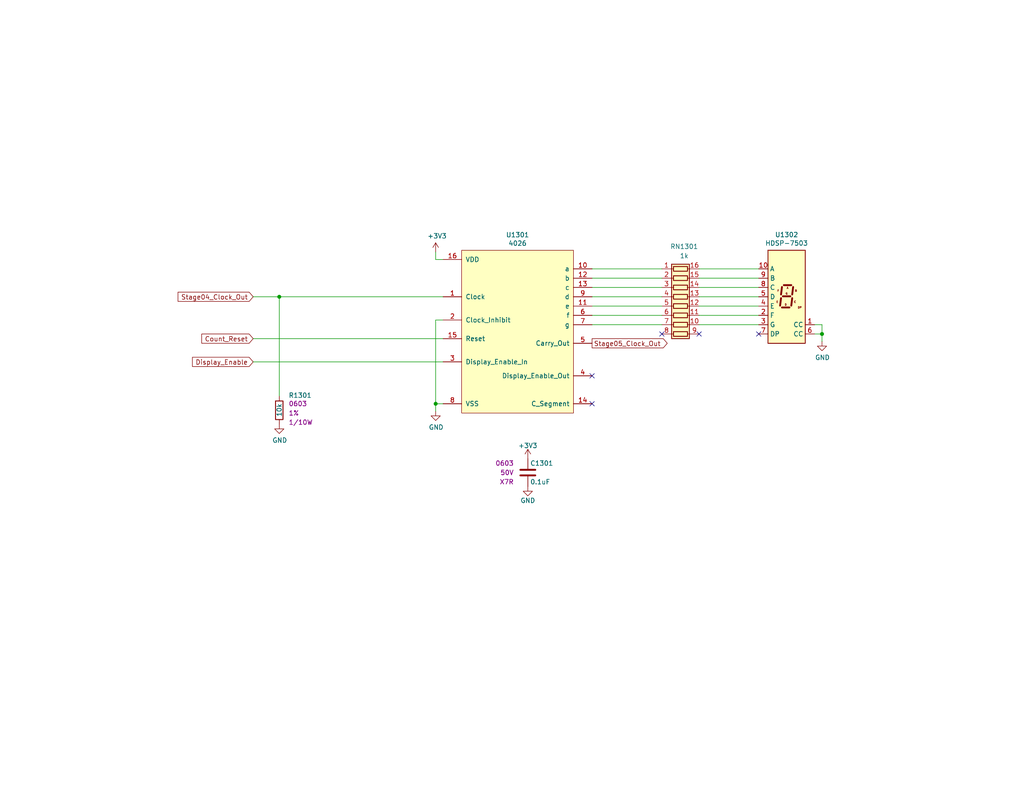
<source format=kicad_sch>
(kicad_sch (version 20230121) (generator eeschema)
  (paper "A")
  (title_block (title "Incrementor") (date "2019-09-03") (rev "A") (company "Drew Maatman"))
  (lib_symbols
    (symbol "Custom_Library:4026" (pin_names (offset 1.016))
      (property "Reference" "U" (at 30.48 -43.18 0))
      (property "Value" "4026" (at 20.32 3.81 0))
      (symbol "4026_0_1"
        (rectangle (start 5.08 2.54) (end 35.56 -41.91) (fill (type background)))
      )
      (symbol "4026_1_1"
        (pin input line (at 0 -10.16 0) (length 5.08) (name "Clock") (number "1"))
        (pin output line (at 40.64 -2.54 180) (length 5.08) (name "a") (number "10"))
        (pin output line (at 40.64 -12.7 180) (length 5.08) (name "e") (number "11"))
        (pin output line (at 40.64 -5.08 180) (length 5.08) (name "b") (number "12"))
        (pin output line (at 40.64 -7.62 180) (length 5.08) (name "c") (number "13"))
        (pin output line (at 40.64 -39.37 180) (length 5.08) (name "C_Segment") (number "14"))
        (pin input line (at 0 -21.59 0) (length 5.08) (name "Reset") (number "15"))
        (pin power_in line (at 0 0 0) (length 5.08) (name "VDD") (number "16"))
        (pin input line (at 0 -16.51 0) (length 5.08) (name "Clock_Inhibit") (number "2"))
        (pin input line (at 0 -27.94 0) (length 5.08) (name "Display_Enable_In") (number "3"))
        (pin output line (at 40.64 -31.75 180) (length 5.08) (name "Display_Enable_Out") (number "4"))
        (pin output line (at 40.64 -22.86 180) (length 5.08) (name "Carry_Out") (number "5"))
        (pin output line (at 40.64 -15.24 180) (length 5.08) (name "f") (number "6"))
        (pin output line (at 40.64 -17.78 180) (length 5.08) (name "g") (number "7"))
        (pin power_in line (at 0 -39.37 0) (length 5.08) (name "VSS") (number "8"))
        (pin output line (at 40.64 -10.16 180) (length 5.08) (name "d") (number "9"))
      )
    )
    (symbol "Custom_Library:C_Custom" (pin_numbers hide) (pin_names (offset 0.254))
      (property "Reference" "C" (at 0.635 2.54 0))
      (property "Value" "C_Custom" (at 0.635 -2.54 0))
      (property "display_footprint" "Foot" (at -3.81 2.54 0))
      (property "Voltage" "V" (at -3.81 0 0))
      (property "Dielectric" "Er" (at -3.81 -2.54 0))
      (symbol "C_Custom_0_1"
        (polyline (pts (xy -2.032 -0.762) (xy 2.032 -0.762)) (stroke (width 0.508)))
        (polyline (pts (xy -2.032 0.762) (xy 2.032 0.762)) (stroke (width 0.508)))
      )
      (symbol "C_Custom_1_1"
        (pin passive line (at 0 3.81 270) (length 2.794) (name "~") (number "1"))
        (pin passive line (at 0 -3.81 90) (length 2.794) (name "~") (number "2"))
      )
    )
    (symbol "Custom_Library:R_Custom" (pin_numbers hide) (pin_names (offset 1.016) hide)
      (property "Reference" "R" (at -2.54 0 90))
      (property "Value" "R_Custom" (at 0 0 90))
      (property "display_footprint" "Foot" (at 2.54 0 90))
      (property "Tolerance" "Tol" (at 5.08 0 90))
      (property "Wattage" "W" (at 7.62 0 90))
      (symbol "R_Custom_0_1"
        (rectangle (start 1.016 2.54) (end -1.016 -2.54) (stroke (width 0.254)))
      )
      (symbol "R_Custom_1_1"
        (pin passive line (at 0 3.81 270) (length 1.27) (name "1") (number "1"))
        (pin passive line (at 0 -3.81 90) (length 1.27) (name "2") (number "2"))
      )
    )
    (symbol "Device:R_Pack08" (pin_names (offset 0) hide)
      (property "Reference" "RN" (at -12.7 0 90))
      (property "Value" "R_Pack08" (at 10.16 0 90))
      (symbol "R_Pack08_0_1"
        (rectangle (start -11.43 -2.413) (end 8.89 2.413) (stroke (width 0.254)) (fill (type background)))
        (rectangle (start -10.795 1.905) (end -9.525 -1.905) (stroke (width 0.254)))
        (rectangle (start -8.255 1.905) (end -6.985 -1.905) (stroke (width 0.254)))
        (rectangle (start -5.715 1.905) (end -4.445 -1.905) (stroke (width 0.254)))
        (rectangle (start -3.175 1.905) (end -1.905 -1.905) (stroke (width 0.254)))
        (rectangle (start -0.635 1.905) (end 0.635 -1.905) (stroke (width 0.254)))
        (polyline (pts (xy -10.16 -2.54) (xy -10.16 -1.905)))
        (polyline (pts (xy -10.16 1.905) (xy -10.16 2.54)))
        (polyline (pts (xy -7.62 -2.54) (xy -7.62 -1.905)))
        (polyline (pts (xy -7.62 1.905) (xy -7.62 2.54)))
        (polyline (pts (xy -5.08 -2.54) (xy -5.08 -1.905)))
        (polyline (pts (xy -5.08 1.905) (xy -5.08 2.54)))
        (polyline (pts (xy -2.54 -2.54) (xy -2.54 -1.905)))
        (polyline (pts (xy -2.54 1.905) (xy -2.54 2.54)))
        (polyline (pts (xy 0 -2.54) (xy 0 -1.905)))
        (polyline (pts (xy 0 1.905) (xy 0 2.54)))
        (polyline (pts (xy 2.54 -2.54) (xy 2.54 -1.905)))
        (polyline (pts (xy 2.54 1.905) (xy 2.54 2.54)))
        (polyline (pts (xy 5.08 -2.54) (xy 5.08 -1.905)))
        (polyline (pts (xy 5.08 1.905) (xy 5.08 2.54)))
        (polyline (pts (xy 7.62 -2.54) (xy 7.62 -1.905)))
        (polyline (pts (xy 7.62 1.905) (xy 7.62 2.54)))
        (rectangle (start 1.905 1.905) (end 3.175 -1.905) (stroke (width 0.254)))
        (rectangle (start 4.445 1.905) (end 5.715 -1.905) (stroke (width 0.254)))
        (rectangle (start 6.985 1.905) (end 8.255 -1.905) (stroke (width 0.254)))
      )
      (symbol "R_Pack08_1_1"
        (pin passive line (at -10.16 -5.08 90) (length 2.54) (name "R1.1") (number "1"))
        (pin passive line (at 5.08 5.08 270) (length 2.54) (name "R7.2") (number "10"))
        (pin passive line (at 2.54 5.08 270) (length 2.54) (name "R6.2") (number "11"))
        (pin passive line (at 0 5.08 270) (length 2.54) (name "R5.2") (number "12"))
        (pin passive line (at -2.54 5.08 270) (length 2.54) (name "R4.2") (number "13"))
        (pin passive line (at -5.08 5.08 270) (length 2.54) (name "R3.2") (number "14"))
        (pin passive line (at -7.62 5.08 270) (length 2.54) (name "R2.2") (number "15"))
        (pin passive line (at -10.16 5.08 270) (length 2.54) (name "R1.2") (number "16"))
        (pin passive line (at -7.62 -5.08 90) (length 2.54) (name "R2.1") (number "2"))
        (pin passive line (at -5.08 -5.08 90) (length 2.54) (name "R3.1") (number "3"))
        (pin passive line (at -2.54 -5.08 90) (length 2.54) (name "R4.1") (number "4"))
        (pin passive line (at 0 -5.08 90) (length 2.54) (name "R5.1") (number "5"))
        (pin passive line (at 2.54 -5.08 90) (length 2.54) (name "R6.1") (number "6"))
        (pin passive line (at 5.08 -5.08 90) (length 2.54) (name "R7.1") (number "7"))
        (pin passive line (at 7.62 -5.08 90) (length 2.54) (name "R8.1") (number "8"))
        (pin passive line (at 7.62 5.08 270) (length 2.54) (name "R8.2") (number "9"))
      )
    )
    (symbol "Display_Character:HDSP-7503"
      (property "Reference" "U" (at -3.81 13.97 0))
      (property "Value" "HDSP-7503" (at 6.35 13.97 0))
      (symbol "HDSP-7503_1_0"
        (text "A" (at 0.254 2.413 0) (effects (font (size 0.508 0.508))))
        (text "B" (at 2.54 1.651 0) (effects (font (size 0.508 0.508))))
        (text "C" (at 2.286 -1.397 0) (effects (font (size 0.508 0.508))))
        (text "D" (at -0.254 -2.159 0) (effects (font (size 0.508 0.508))))
        (text "DP" (at 3.556 -2.921 0) (effects (font (size 0.508 0.508))))
        (text "E" (at -2.54 -1.397 0) (effects (font (size 0.508 0.508))))
        (text "F" (at -2.286 1.651 0) (effects (font (size 0.508 0.508))))
        (text "G" (at 0 0.889 0) (effects (font (size 0.508 0.508))))
      )
      (symbol "HDSP-7503_1_1"
        (rectangle (start -5.08 12.7) (end 5.08 -12.7) (stroke (width 0.254)) (fill (type background)))
        (polyline (pts (xy -1.524 -0.381) (xy -1.778 -2.413)) (stroke (width 0.508)))
        (polyline (pts (xy -1.27 -2.921) (xy 0.762 -2.921)) (stroke (width 0.508)))
        (polyline (pts (xy -1.27 2.667) (xy -1.524 0.635)) (stroke (width 0.508)))
        (polyline (pts (xy -1.016 0.127) (xy 1.016 0.127)) (stroke (width 0.508)))
        (polyline (pts (xy -0.762 3.175) (xy 1.27 3.175)) (stroke (width 0.508)))
        (polyline (pts (xy 1.524 -0.381) (xy 1.27 -2.413)) (stroke (width 0.508)))
        (polyline (pts (xy 1.778 2.667) (xy 1.524 0.635)) (stroke (width 0.508)))
        (polyline (pts (xy 2.54 -2.921) (xy 2.54 -2.921)) (stroke (width 0.508)))
        (pin input line (at 7.62 -7.62 180) (length 2.54) (name "CC") (number "1"))
        (pin input line (at -7.62 7.62 0) (length 2.54) (name "A") (number "10"))
        (pin input line (at -7.62 -5.08 0) (length 2.54) (name "F") (number "2"))
        (pin input line (at -7.62 -7.62 0) (length 2.54) (name "G") (number "3"))
        (pin input line (at -7.62 -2.54 0) (length 2.54) (name "E") (number "4"))
        (pin input line (at -7.62 0 0) (length 2.54) (name "D") (number "5"))
        (pin input line (at 7.62 -10.16 180) (length 2.54) (name "CC") (number "6"))
        (pin input line (at -7.62 -10.16 0) (length 2.54) (name "DP") (number "7"))
        (pin input line (at -7.62 2.54 0) (length 2.54) (name "C") (number "8"))
        (pin input line (at -7.62 5.08 0) (length 2.54) (name "B") (number "9"))
      )
    )
    (symbol "Incrementor-rescue:+3.3V-power" (power) (pin_names (offset 0))
      (property "Value" "+3.3V-power" (at 0 3.556 0))
      (symbol "+3.3V-power_0_1"
        (polyline (pts (xy -0.762 1.27) (xy 0 2.54)))
        (polyline (pts (xy 0 0) (xy 0 2.54)))
        (polyline (pts (xy 0 2.54) (xy 0.762 1.27)))
      )
      (symbol "+3.3V-power_1_1"
        (pin power_in line (at 0 0 90) (length 0) hide (name "+3V3") (number "1"))
      )
    )
    (symbol "power:GND" (power) (pin_names (offset 0))
      (property "Value" "GND" (at 0 -3.81 0))
      (symbol "GND_0_1"
        (polyline (pts (xy 0 0) (xy 0 -1.27) (xy 1.27 -1.27) (xy 0 -2.54) (xy -1.27 -1.27) (xy 0 -1.27)))
      )
      (symbol "GND_1_1"
        (pin power_in line (at 0 0 270) (length 0) hide (name "GND") (number "1"))
      )
    )
  )
  (junction (at 224.282 91.186))
  (junction (at 118.872 110.236))
  (junction (at 76.2 81.026))
  (no_connect (at 190.754 91.186))
  (no_connect (at 180.594 91.186))
  (no_connect (at 207.01 91.186))
  (no_connect (at 161.544 110.236))
  (no_connect (at 161.544 102.616))
  (wire (pts (xy 69.088 92.456) (xy 120.904 92.456)))
  (wire (pts (xy 161.544 86.106) (xy 180.594 86.106)))
  (wire (pts (xy 161.544 78.486) (xy 180.594 78.486)))
  (wire (pts (xy 224.282 93.218) (xy 224.282 91.186)))
  (wire (pts (xy 190.754 75.946) (xy 207.01 75.946)))
  (wire (pts (xy 222.25 91.186) (xy 224.282 91.186)))
  (wire (pts (xy 224.282 88.646) (xy 222.25 88.646)))
  (wire (pts (xy 161.544 75.946) (xy 180.594 75.946)))
  (wire (pts (xy 190.754 81.026) (xy 207.01 81.026)))
  (wire (pts (xy 69.088 81.026) (xy 76.2 81.026)))
  (wire (pts (xy 118.872 70.866) (xy 120.904 70.866)))
  (wire (pts (xy 161.544 73.406) (xy 180.594 73.406)))
  (wire (pts (xy 190.754 86.106) (xy 207.01 86.106)))
  (wire (pts (xy 190.754 83.566) (xy 207.01 83.566)))
  (wire (pts (xy 118.872 68.834) (xy 118.872 70.866)))
  (wire (pts (xy 161.544 81.026) (xy 180.594 81.026)))
  (wire (pts (xy 190.754 88.646) (xy 207.01 88.646)))
  (wire (pts (xy 190.754 78.486) (xy 207.01 78.486)))
  (wire (pts (xy 69.088 98.806) (xy 120.904 98.806)))
  (wire (pts (xy 224.282 91.186) (xy 224.282 88.646)))
  (wire (pts (xy 120.904 87.376) (xy 118.872 87.376)))
  (wire (pts (xy 161.544 88.646) (xy 180.594 88.646)))
  (wire (pts (xy 76.2 81.026) (xy 76.2 108.204)))
  (wire (pts (xy 118.872 112.268) (xy 118.872 110.236)))
  (wire (pts (xy 118.872 87.376) (xy 118.872 110.236)))
  (wire (pts (xy 120.904 81.026) (xy 76.2 81.026)))
  (wire (pts (xy 190.754 73.406) (xy 207.01 73.406)))
  (wire (pts (xy 161.544 83.566) (xy 180.594 83.566)))
  (wire (pts (xy 118.872 110.236) (xy 120.904 110.236)))
  (global_label "Count_Reset" (shape input) (at 69.088 92.456 180) (property "Intersheetrefs" "${INTERSHEET_REFS}" (effects hide)))
  (global_label "Display_Enable" (shape input) (at 69.088 98.806 180) (property "Intersheetrefs" "${INTERSHEET_REFS}" (effects hide)))
  (global_label "Stage05_Clock_Out" (shape output) (at 161.544 93.726 0) (property "Intersheetrefs" "${INTERSHEET_REFS}" (effects hide)))
  (global_label "Stage04_Clock_Out" (shape input) (at 69.088 81.026 180) (property "Intersheetrefs" "${INTERSHEET_REFS}" (effects hide)))
  (symbol (lib_id "Custom_Library:4026") (at 120.904 70.866 0) (unit 1)
    (property "Reference" "U1301" (at 141.224 64.135 0))
    (property "Value" "4026" (at 141.224 66.4464 0))
    (property "Footprint" "Housings_SSOP:TSSOP-16_4.4x5mm_Pitch0.65mm" (effects hide))
    (property "Digi-Key PN" "296-32878-5-ND" (effects hide))
    (instances (project "Incrementor" (path "" (reference "U1301") (unit 1)) (path "" (reference "U?") (unit 1))))
  )
  (symbol (lib_id "Incrementor-rescue:+3.3V-power") (at 118.872 68.834 0) (unit 1)
    (property "Reference" "#PWR01304" (effects hide))
    (property "Value" "+3.3V" (at 119.253 64.4398 0))
    (instances (project "Incrementor" (path "" (reference "#PWR01304") (unit 1)) (path "" (reference "#PWR?") (unit 1))))
  )
  (symbol (lib_id "power:GND") (at 118.872 112.268 0) (unit 1)
    (property "Reference" "#PWR01305" (effects hide))
    (property "Value" "GND" (at 118.999 116.6622 0))
    (instances (project "Incrementor" (path "" (reference "#PWR01305") (unit 1)) (path "" (reference "#PWR?") (unit 1))))
  )
  (symbol (lib_id "Device:R_Pack08") (at 185.674 83.566 270) (unit 1)
    (property "Reference" "RN1301" (at 186.69 67.31 90))
    (property "Value" "1k" (at 186.69 69.85 90))
    (property "Footprint" "Resistor_SMD:R_Cat16-8" (effects hide))
    (property "Digi-Key PN" "CAT16-102J8LFCT-ND" (effects hide))
    (instances (project "Incrementor" (path "" (reference "RN1301") (unit 1)) (path "" (reference "RN?") (unit 1))))
  )
  (symbol (lib_id "Display_Character:HDSP-7503") (at 214.63 81.026 0) (unit 1)
    (property "Reference" "U1302" (at 214.63 64.0842 0))
    (property "Value" "HDSP-7503" (at 214.63 66.3956 0))
    (property "Footprint" "Display_7Segment:HDSP-A151" (effects hide))
    (property "Datasheet" "https://docs.broadcom.com/docs/AV02-2553EN" (effects hide))
    (property "Digi-Key PN" "516-1203-5-ND" (effects hide))
    (instances (project "Incrementor" (path "" (reference "U1302") (unit 1)) (path "" (reference "U?") (unit 1))))
  )
  (symbol (lib_id "power:GND") (at 224.282 93.218 0) (unit 1)
    (property "Reference" "#PWR01308" (effects hide))
    (property "Value" "GND" (at 224.409 97.6122 0))
    (instances (project "Incrementor" (path "" (reference "#PWR01308") (unit 1)) (path "" (reference "#PWR?") (unit 1))))
  )
  (symbol (lib_id "Custom_Library:R_Custom") (at 76.2 112.014 0) (unit 1)
    (property "Reference" "R1301" (at 78.74 107.95 0) (effects (justify left)))
    (property "Value" "10k" (at 76.2 113.792 90) (effects (justify left)))
    (property "Footprint" "Resistors_SMD:R_0603" (effects hide))
    (property "display_footprint" "0603" (at 78.74 110.236 0) (effects (justify left)))
    (property "Tolerance" "1%" (at 78.74 112.776 0) (effects (justify left)))
    (property "Wattage" "1/10W" (at 78.74 115.316 0) (effects (justify left)))
    (property "Digi-Key PN" "RMCF0603FT10K0CT-ND" (effects hide))
    (instances (project "Incrementor" (path "" (reference "R1301") (unit 1)) (path "" (reference "R?") (unit 1))))
  )
  (symbol (lib_id "power:GND") (at 76.2 115.824 0) (unit 1)
    (property "Reference" "#PWR01301" (effects hide))
    (property "Value" "GND" (at 76.327 120.2182 0))
    (instances (project "Incrementor" (path "" (reference "#PWR01301") (unit 1)) (path "" (reference "#PWR?") (unit 1))))
  )
  (symbol (lib_id "Custom_Library:C_Custom") (at 144.018 129.032 0) (unit 1)
    (property "Reference" "C1301" (at 144.653 126.492 0) (effects (justify left)))
    (property "Value" "0.1uF" (at 144.653 131.572 0) (effects (justify left)))
    (property "Footprint" "Capacitors_SMD:C_0603" (effects hide))
    (property "display_footprint" "0603" (at 140.208 126.492 0) (effects (justify right)))
    (property "Voltage" "50V" (at 140.208 129.032 0) (effects (justify right)))
    (property "Dielectric" "X7R" (at 140.208 131.572 0) (effects (justify right)))
    (property "Digi-Key PN" "311-1344-1-ND" (effects hide))
    (instances (project "Incrementor" (path "" (reference "C1301") (unit 1)) (path "" (reference "C?") (unit 1))))
  )
  (symbol (lib_id "power:GND") (at 144.018 132.842 0) (unit 1)
    (property "Reference" "#PWR01307" (effects hide))
    (property "Value" "GND" (at 144.018 136.652 0))
    (instances (project "Incrementor" (path "" (reference "#PWR01307") (unit 1)) (path "" (reference "#PWR?") (unit 1))))
  )
  (symbol (lib_id "Incrementor-rescue:+3.3V-power") (at 144.018 125.222 0) (unit 1)
    (property "Reference" "#PWR01306" (effects hide))
    (property "Value" "+3.3V" (at 144.018 121.666 0))
    (instances (project "Incrementor" (path "" (reference "#PWR01306") (unit 1)) (path "" (reference "#PWR?") (unit 1))))
  )
)
</source>
